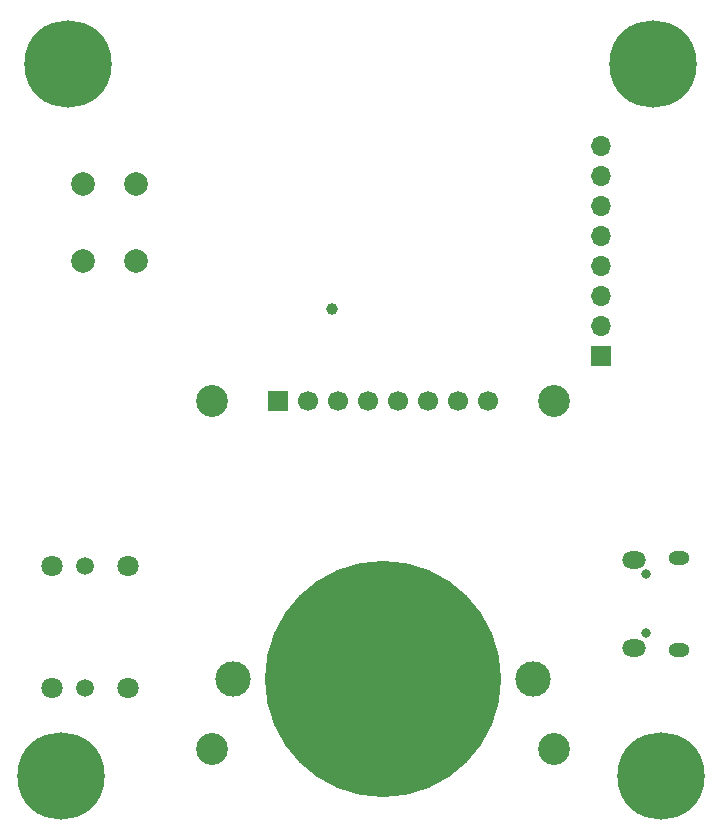
<source format=gbr>
%TF.GenerationSoftware,KiCad,Pcbnew,(5.99.0-3294-g9c46e491e)*%
%TF.CreationDate,2020-11-17T05:13:20-05:00*%
%TF.ProjectId,mobile-tag,6d6f6269-6c65-42d7-9461-672e6b696361,rev?*%
%TF.SameCoordinates,Original*%
%TF.FileFunction,Soldermask,Bot*%
%TF.FilePolarity,Negative*%
%FSLAX46Y46*%
G04 Gerber Fmt 4.6, Leading zero omitted, Abs format (unit mm)*
G04 Created by KiCad (PCBNEW (5.99.0-3294-g9c46e491e)) date 2020-11-17 05:13:20*
%MOMM*%
%LPD*%
G01*
G04 APERTURE LIST*
%ADD10C,2.700000*%
%ADD11R,1.700000X1.700000*%
%ADD12C,1.700000*%
%ADD13C,1.800000*%
%ADD14C,1.500000*%
%ADD15C,7.400000*%
%ADD16O,0.800000X0.800000*%
%ADD17O,1.800000X1.150000*%
%ADD18O,2.000000X1.450000*%
%ADD19O,1.700000X1.700000*%
%ADD20C,1.000000*%
%ADD21C,2.000000*%
%ADD22C,3.000000*%
%ADD23C,20.000000*%
G04 APERTURE END LIST*
D10*
%TO.C,Display1*%
X148463000Y-99314000D03*
X148463000Y-69850000D03*
X119507000Y-69850000D03*
X119507000Y-99314000D03*
D11*
X125095000Y-69850000D03*
D12*
X127635000Y-69850000D03*
X130175000Y-69850000D03*
X132715000Y-69850000D03*
X135255000Y-69850000D03*
X137795000Y-69850000D03*
X140335000Y-69850000D03*
X142875000Y-69850000D03*
%TD*%
D13*
%TO.C,Nav_Switch1*%
X112395000Y-83820000D03*
D14*
X108695000Y-83820000D03*
D13*
X105895000Y-83820000D03*
X105895000Y-94120000D03*
D14*
X108695000Y-94120000D03*
D13*
X112395000Y-94120000D03*
%TD*%
D15*
%TO.C,REF\u002A\u002A*%
X157480000Y-101600000D03*
%TD*%
%TO.C,*%
X156845000Y-41275000D03*
%TD*%
%TO.C,*%
X107315000Y-41275000D03*
%TD*%
D16*
%TO.C,J2*%
X156253780Y-84493021D03*
X156253780Y-89493021D03*
D17*
X159003780Y-83118021D03*
D18*
X155203780Y-90718021D03*
D17*
X159003780Y-90868021D03*
D18*
X155203780Y-83268021D03*
%TD*%
D11*
%TO.C,BreakoutConnector1*%
X152400000Y-66040000D03*
D19*
X152400000Y-63500000D03*
X152400000Y-60960000D03*
X152400000Y-58420000D03*
X152400000Y-55880000D03*
X152400000Y-53340000D03*
X152400000Y-50800000D03*
X152400000Y-48260000D03*
%TD*%
D15*
%TO.C,REF\u002A\u002A*%
X106680000Y-101600000D03*
%TD*%
D20*
%TO.C,U1*%
X129645000Y-62065000D03*
%TD*%
D21*
%TO.C,RESET_SW1*%
X113030000Y-51435000D03*
X113030000Y-57935000D03*
X108530000Y-51435000D03*
X108530000Y-57935000D03*
%TD*%
D22*
%TO.C,PwrIn1*%
X146685000Y-93345000D03*
X121285000Y-93345000D03*
D23*
X133985000Y-93345000D03*
%TD*%
M02*

</source>
